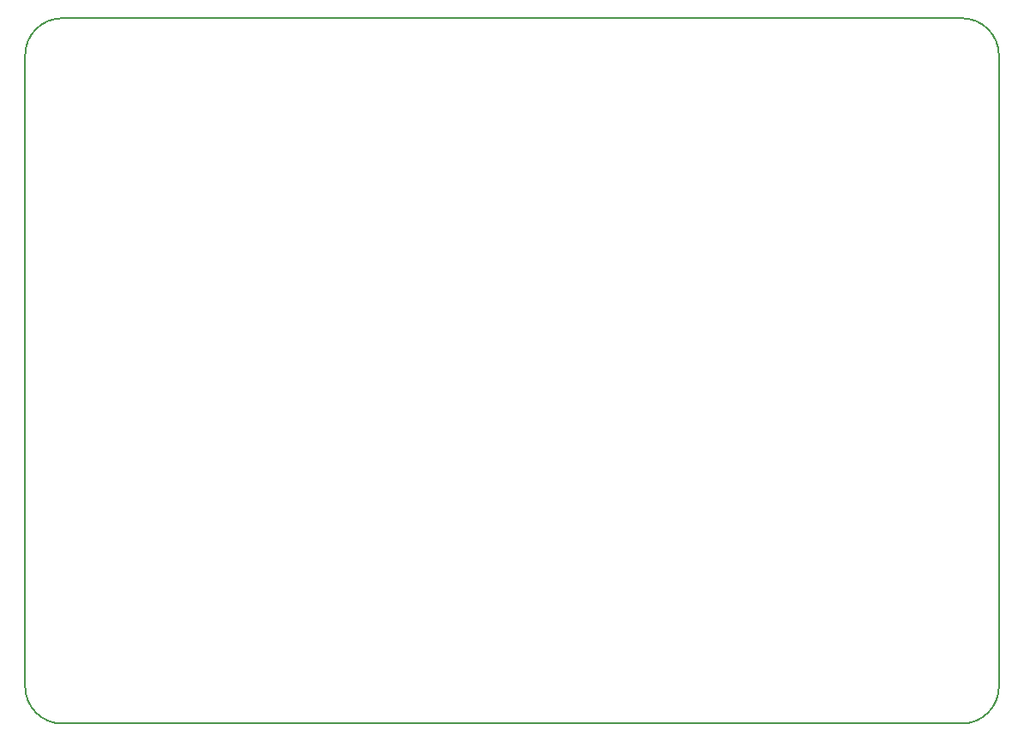
<source format=gm1>
G04 #@! TF.GenerationSoftware,KiCad,Pcbnew,(5.1.10-1-10_14)*
G04 #@! TF.CreationDate,2021-09-27T01:36:05+08:00*
G04 #@! TF.ProjectId,SMP v.2,534d5020-762e-4322-9e6b-696361645f70,rev?*
G04 #@! TF.SameCoordinates,Original*
G04 #@! TF.FileFunction,Profile,NP*
%FSLAX46Y46*%
G04 Gerber Fmt 4.6, Leading zero omitted, Abs format (unit mm)*
G04 Created by KiCad (PCBNEW (5.1.10-1-10_14)) date 2021-09-27 01:36:05*
%MOMM*%
%LPD*%
G01*
G04 APERTURE LIST*
G04 #@! TA.AperFunction,Profile*
%ADD10C,0.150000*%
G04 #@! TD*
G04 APERTURE END LIST*
D10*
X108845600Y-132156200D02*
G75*
G02*
X105188000Y-128498600I0J3657600D01*
G01*
X201320400Y-128498600D02*
G75*
G02*
X197662800Y-132156200I-3657600J0D01*
G01*
X197662800Y-62458600D02*
G75*
G02*
X201320400Y-66116200I0J-3657600D01*
G01*
X105188000Y-66116200D02*
G75*
G02*
X108845600Y-62458600I3657600J0D01*
G01*
X105188000Y-128498600D02*
X105188000Y-66116200D01*
X108845600Y-132156200D02*
X197662800Y-132156200D01*
X201320400Y-128498600D02*
X201320400Y-66116200D01*
X108845600Y-62458600D02*
X197662800Y-62458600D01*
M02*

</source>
